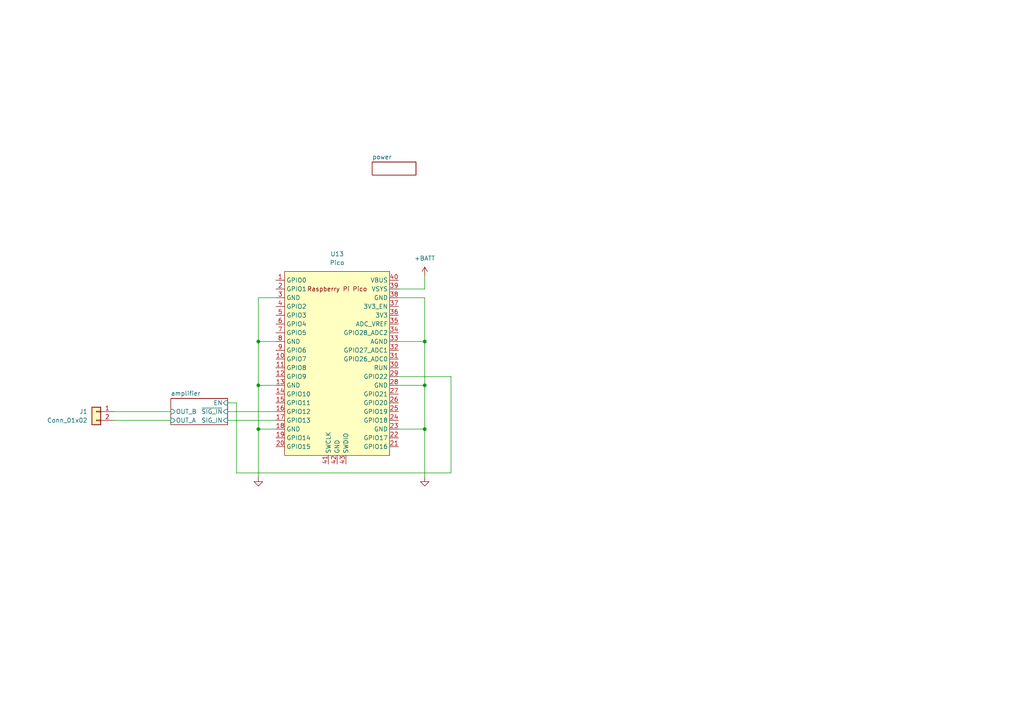
<source format=kicad_sch>
(kicad_sch (version 20230121) (generator eeschema)
  (paper "A4")
  (lib_symbols
    (symbol "Connector_Generic:Conn_01x02" (pin_names (offset 1.016) hide)
      (property "Reference" "J" (at 0 2.54 0))
      (property "Value" "Conn_01x02" (at 0 -5.08 0))
      (symbol "Conn_01x02_1_1"
        (rectangle (start -1.27 -2.413) (end 0 -2.667) (stroke (width 0.1524)))
        (rectangle (start -1.27 0.127) (end 0 -0.127) (stroke (width 0.1524)))
        (rectangle (start -1.27 1.27) (end 1.27 -3.81) (stroke (width 0.254)) (fill (type background)))
        (pin passive line (at -5.08 0 0) (length 3.81) (name "Pin_1") (number "1"))
        (pin passive line (at -5.08 -2.54 0) (length 3.81) (name "Pin_2") (number "2"))
      )
    )
    (symbol "MCU_RaspberryPi_and_Boards:Pico"
      (property "Reference" "U" (at -13.97 27.94 0))
      (property "Value" "Pico" (at 0 19.05 0))
      (symbol "Pico_0_0"
        (text "Raspberry Pi Pico" (at 0 21.59 0) (effects (font (size 1.27 1.27))))
      )
      (symbol "Pico_0_1"
        (rectangle (start -15.24 26.67) (end 15.24 -26.67) (fill (type background)))
      )
      (symbol "Pico_1_1"
        (pin bidirectional line (at -17.78 24.13 0) (length 2.54) (name "GPIO0") (number "1"))
        (pin bidirectional line (at -17.78 1.27 0) (length 2.54) (name "GPIO7") (number "10"))
        (pin bidirectional line (at -17.78 -1.27 0) (length 2.54) (name "GPIO8") (number "11"))
        (pin bidirectional line (at -17.78 -3.81 0) (length 2.54) (name "GPIO9") (number "12"))
        (pin power_in line (at -17.78 -6.35 0) (length 2.54) (name "GND") (number "13"))
        (pin bidirectional line (at -17.78 -8.89 0) (length 2.54) (name "GPIO10") (number "14"))
        (pin bidirectional line (at -17.78 -11.43 0) (length 2.54) (name "GPIO11") (number "15"))
        (pin bidirectional line (at -17.78 -13.97 0) (length 2.54) (name "GPIO12") (number "16"))
        (pin bidirectional line (at -17.78 -16.51 0) (length 2.54) (name "GPIO13") (number "17"))
        (pin power_in line (at -17.78 -19.05 0) (length 2.54) (name "GND") (number "18"))
        (pin bidirectional line (at -17.78 -21.59 0) (length 2.54) (name "GPIO14") (number "19"))
        (pin bidirectional line (at -17.78 21.59 0) (length 2.54) (name "GPIO1") (number "2"))
        (pin bidirectional line (at -17.78 -24.13 0) (length 2.54) (name "GPIO15") (number "20"))
        (pin bidirectional line (at 17.78 -24.13 180) (length 2.54) (name "GPIO16") (number "21"))
        (pin bidirectional line (at 17.78 -21.59 180) (length 2.54) (name "GPIO17") (number "22"))
        (pin power_in line (at 17.78 -19.05 180) (length 2.54) (name "GND") (number "23"))
        (pin bidirectional line (at 17.78 -16.51 180) (length 2.54) (name "GPIO18") (number "24"))
        (pin bidirectional line (at 17.78 -13.97 180) (length 2.54) (name "GPIO19") (number "25"))
        (pin bidirectional line (at 17.78 -11.43 180) (length 2.54) (name "GPIO20") (number "26"))
        (pin bidirectional line (at 17.78 -8.89 180) (length 2.54) (name "GPIO21") (number "27"))
        (pin power_in line (at 17.78 -6.35 180) (length 2.54) (name "GND") (number "28"))
        (pin bidirectional line (at 17.78 -3.81 180) (length 2.54) (name "GPIO22") (number "29"))
        (pin power_in line (at -17.78 19.05 0) (length 2.54) (name "GND") (number "3"))
        (pin input line (at 17.78 -1.27 180) (length 2.54) (name "RUN") (number "30"))
        (pin bidirectional line (at 17.78 1.27 180) (length 2.54) (name "GPIO26_ADC0") (number "31"))
        (pin bidirectional line (at 17.78 3.81 180) (length 2.54) (name "GPIO27_ADC1") (number "32"))
        (pin power_in line (at 17.78 6.35 180) (length 2.54) (name "AGND") (number "33"))
        (pin bidirectional line (at 17.78 8.89 180) (length 2.54) (name "GPIO28_ADC2") (number "34"))
        (pin power_in line (at 17.78 11.43 180) (length 2.54) (name "ADC_VREF") (number "35"))
        (pin power_in line (at 17.78 13.97 180) (length 2.54) (name "3V3") (number "36"))
        (pin input line (at 17.78 16.51 180) (length 2.54) (name "3V3_EN") (number "37"))
        (pin bidirectional line (at 17.78 19.05 180) (length 2.54) (name "GND") (number "38"))
        (pin power_in line (at 17.78 21.59 180) (length 2.54) (name "VSYS") (number "39"))
        (pin bidirectional line (at -17.78 16.51 0) (length 2.54) (name "GPIO2") (number "4"))
        (pin power_in line (at 17.78 24.13 180) (length 2.54) (name "VBUS") (number "40"))
        (pin input line (at -2.54 -29.21 90) (length 2.54) (name "SWCLK") (number "41"))
        (pin power_in line (at 0 -29.21 90) (length 2.54) (name "GND") (number "42"))
        (pin bidirectional line (at 2.54 -29.21 90) (length 2.54) (name "SWDIO") (number "43"))
        (pin bidirectional line (at -17.78 13.97 0) (length 2.54) (name "GPIO3") (number "5"))
        (pin bidirectional line (at -17.78 11.43 0) (length 2.54) (name "GPIO4") (number "6"))
        (pin bidirectional line (at -17.78 8.89 0) (length 2.54) (name "GPIO5") (number "7"))
        (pin power_in line (at -17.78 6.35 0) (length 2.54) (name "GND") (number "8"))
        (pin bidirectional line (at -17.78 3.81 0) (length 2.54) (name "GPIO6") (number "9"))
      )
    )
    (symbol "power:+BATT" (power) (pin_names (offset 0))
      (property "Value" "+BATT" (at 0 3.556 0))
      (symbol "+BATT_0_1"
        (polyline (pts (xy -0.762 1.27) (xy 0 2.54)))
        (polyline (pts (xy 0 0) (xy 0 2.54)))
        (polyline (pts (xy 0 2.54) (xy 0.762 1.27)))
      )
      (symbol "+BATT_1_1"
        (pin power_in line (at 0 0 90) (length 0) hide (name "+BATT") (number "1"))
      )
    )
    (symbol "power:GND" (power) (pin_names (offset 0))
      (property "Value" "GND" (at 0 -3.81 0))
      (symbol "GND_0_1"
        (polyline (pts (xy 0 0) (xy 0 -1.27) (xy 1.27 -1.27) (xy 0 -2.54) (xy -1.27 -1.27) (xy 0 -1.27)))
      )
      (symbol "GND_1_1"
        (pin power_in line (at 0 0 270) (length 0) hide (name "GND") (number "1"))
      )
    )
  )
  (junction (at 123.19 124.46))
  (junction (at 74.93 124.46))
  (junction (at 74.93 99.06))
  (junction (at 74.93 111.76))
  (junction (at 123.19 111.76))
  (junction (at 123.19 99.06))
  (wire (pts (xy 123.19 124.46) (xy 123.19 111.76)))
  (wire (pts (xy 74.93 111.76) (xy 80.01 111.76)))
  (wire (pts (xy 66.04 119.38) (xy 80.01 119.38)))
  (wire (pts (xy 74.93 99.06) (xy 74.93 86.36)))
  (wire (pts (xy 74.93 99.06) (xy 80.01 99.06)))
  (wire (pts (xy 74.93 124.46) (xy 74.93 111.76)))
  (wire (pts (xy 74.93 86.36) (xy 80.01 86.36)))
  (wire (pts (xy 130.81 109.22) (xy 130.81 137.16)))
  (wire (pts (xy 123.19 80.01) (xy 123.19 83.82)))
  (wire (pts (xy 74.93 111.76) (xy 74.93 99.06)))
  (wire (pts (xy 33.02 121.92) (xy 49.53 121.92)))
  (wire (pts (xy 123.19 86.36) (xy 115.57 86.36)))
  (wire (pts (xy 123.19 138.43) (xy 123.19 124.46)))
  (wire (pts (xy 115.57 109.22) (xy 130.81 109.22)))
  (wire (pts (xy 123.19 83.82) (xy 115.57 83.82)))
  (wire (pts (xy 74.93 124.46) (xy 80.01 124.46)))
  (wire (pts (xy 74.93 138.43) (xy 74.93 124.46)))
  (wire (pts (xy 33.02 119.38) (xy 49.53 119.38)))
  (wire (pts (xy 123.19 99.06) (xy 123.19 86.36)))
  (wire (pts (xy 68.58 116.84) (xy 66.04 116.84)))
  (wire (pts (xy 115.57 111.76) (xy 123.19 111.76)))
  (wire (pts (xy 130.81 137.16) (xy 68.58 137.16)))
  (wire (pts (xy 115.57 99.06) (xy 123.19 99.06)))
  (wire (pts (xy 123.19 111.76) (xy 123.19 99.06)))
  (wire (pts (xy 68.58 137.16) (xy 68.58 116.84)))
  (wire (pts (xy 115.57 124.46) (xy 123.19 124.46)))
  (wire (pts (xy 66.04 121.92) (xy 80.01 121.92)))
  (symbol (lib_id "Connector_Generic:Conn_01x02") (at 27.94 119.38 0) (mirror y) (unit 1) (in_bom no)
    (property "Reference" "J1" (at 25.4 119.38 0) (effects (justify left)))
    (property "Value" "Conn_01x02" (at 25.4 121.92 0) (effects (justify left)))
    (property "Footprint" "Connector_PinHeader_2.54mm:PinHeader_1x02_P2.54mm_Horizontal" (effects hide))
    (property "Sim.Enable" "0" (effects hide))
  )
  (symbol (lib_id "power:GND") (at 74.93 138.43 0) (unit 1)
    (property "Reference" "#PWR08" (effects hide))
    (property "Value" "GND" (effects hide))
  )
  (symbol (lib_id "MCU_RaspberryPi_and_Boards:Pico") (at 97.79 105.41 0) (unit 1)
    (property "Reference" "U13" (at 97.79 73.66 0))
    (property "Value" "Pico" (at 97.79 76.2 0))
    (property "Footprint" "custom:rp_pico" (effects hide))
    (property "Sim.Enable" "0" (effects hide))
  )
  (symbol (lib_id "power:GND") (at 123.19 138.43 0) (unit 1)
    (property "Reference" "#PWR020" (effects hide))
    (property "Value" "GND" (effects hide))
  )
  (symbol (lib_id "power:+BATT") (at 123.19 80.01 0) (unit 1)
    (property "Reference" "#PWR01" (effects hide))
    (property "Value" "+BATT" (at 123.19 74.93 0))
  )
  (sheet (at 107.95 46.99) (size 12.7 3.81) (stroke (width 0.1524))
    (property "Sheetname" "power" (at 107.95 46.2784 0) (effects (justify left bottom)))
    (property "Sheetfile" "power.kicad_sch" (effects hide))
  )
  (sheet (at 49.53 115.57) (size 16.51 7.62) (stroke (width 0.1524))
    (property "Sheetname" "amplifier" (at 49.53 114.8584 0) (effects (justify left bottom)))
    (property "Sheetfile" "amplifier.kicad_sch" (effects hide))
    (pin "SIG_IN" input (at 66.04 121.92 0))
    (pin "OUT_A" input (at 49.53 121.92 180))
    (pin "OUT_B" input (at 49.53 119.38 180))
    (pin "~{SIG_IN}" input (at 66.04 119.38 0))
    (pin "EN" input (at 66.04 116.84 0))
  )
)
</source>
